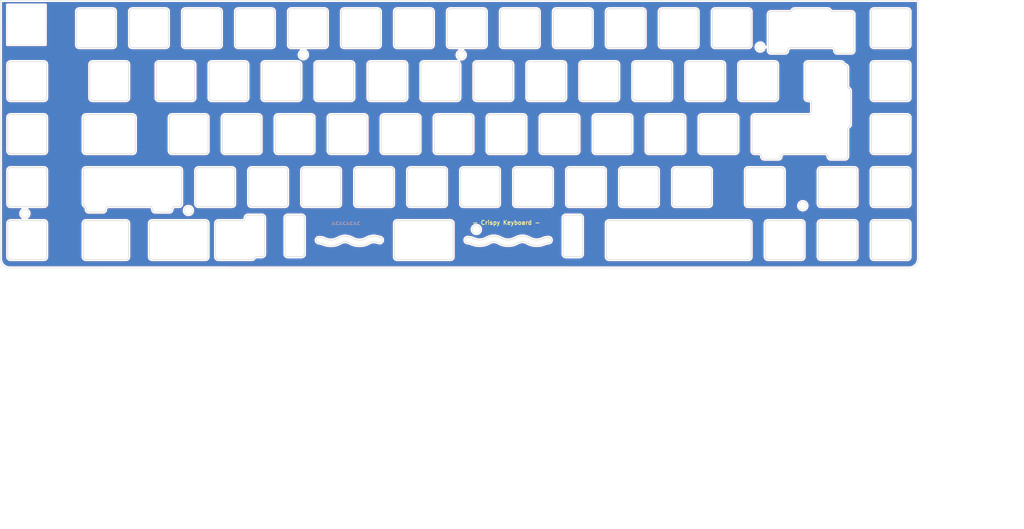
<source format=kicad_pcb>
(kicad_pcb (version 20171130) (host pcbnew "(5.1.8)-1")
  (layers (0 F.Cu signal) (31 B.Cu signal) (34 B.Paste user) (35 F.Paste user) (36 B.SilkS user) (37 F.SilkS user) (38 B.Mask user) (39 F.Mask user) (44 Edge.Cuts user))
  (net 0 "")
  (gr_circle (center 194.6746 110.94954) (end 196.1746 110.94954) (layer Edge.Cuts) (width 0.15))
  (gr_circle (center 302.1946 108.10954) (end 303.6946 108.10954) (layer Edge.Cuts) (width 0.15))
  (gr_circle (center 317.5146 165.15954) (end 319.0146 165.15954) (layer Edge.Cuts) (width 0.15))
  (gr_circle (center 137.9146 110.85954) (end 139.4146 110.85954) (layer Edge.Cuts) (width 0.15))
  (gr_circle (center 200.1146 173.68954) (end 201.6146 173.68954) (layer Edge.Cuts) (width 0.15))
  (gr_circle (center 96.5746 166.87954) (end 98.0746 166.87954) (layer Edge.Cuts) (width 0.15))
  (gr_circle (center 37.7846 167.97954) (end 39.2846 167.97954) (layer Edge.Cuts) (width 0.15))
  (gr_poly (pts (xy 45.13138 107.2565) (xy 31.511265 107.258405) (xy 31.512535 92.954395) (xy 45.14789 92.96519)) (layer Edge.Cuts) (width 0.1))
  (gr_text JLCJLCJLCJLC (at 153.12 171.51) (layer B.SilkS) (effects (font (size 1 1))))
  (gr_text "- Crispy Keyboard -" (at 210.8835 171.24172) (layer F.SilkS) (effects (font (size 1.5 1.5) (thickness 0.3))))
  (gr_arc (start 32.61053 114.372901) (end 32.61053 113.372901) (angle -90) (layer Edge.Cuts) (width 0.2))
  (gr_arc (start 44.610531 126.372902) (end 44.610531 127.372901) (angle -90) (layer Edge.Cuts) (width 0.2))
  (gr_line (start 32.61053 113.372901) (end 44.610531 113.372901) (layer Edge.Cuts) (width 0.2))
  (gr_line (start 45.61053 114.372901) (end 45.61053 126.372902) (layer Edge.Cuts) (width 0.2))
  (gr_arc (start 44.610531 114.372901) (end 45.61053 114.372901) (angle -90) (layer Edge.Cuts) (width 0.2))
  (gr_line (start 32.61053 127.372901) (end 44.610531 127.372901) (layer Edge.Cuts) (width 0.2))
  (gr_arc (start 32.61053 126.372902) (end 31.61053 126.372902) (angle -90) (layer Edge.Cuts) (width 0.2))
  (gr_line (start 31.61053 114.372901) (end 31.61053 126.372902) (layer Edge.Cuts) (width 0.2))
  (gr_arc (start 32.61053 133.422901) (end 32.61053 132.422901) (angle -90) (layer Edge.Cuts) (width 0.2))
  (gr_arc (start 44.610531 145.422902) (end 44.610531 146.422901) (angle -90) (layer Edge.Cuts) (width 0.2))
  (gr_line (start 32.61053 132.422901) (end 44.610531 132.422901) (layer Edge.Cuts) (width 0.2))
  (gr_line (start 45.61053 133.422901) (end 45.61053 145.422902) (layer Edge.Cuts) (width 0.2))
  (gr_arc (start 44.610531 133.422901) (end 45.61053 133.422901) (angle -90) (layer Edge.Cuts) (width 0.2))
  (gr_line (start 32.61053 146.422901) (end 44.610531 146.422901) (layer Edge.Cuts) (width 0.2))
  (gr_arc (start 32.61053 145.422902) (end 31.61053 145.422902) (angle -90) (layer Edge.Cuts) (width 0.2))
  (gr_line (start 31.61053 133.422901) (end 31.61053 145.422902) (layer Edge.Cuts) (width 0.2))
  (gr_arc (start 32.61053 152.472901) (end 32.61053 151.472901) (angle -90) (layer Edge.Cuts) (width 0.2))
  (gr_arc (start 44.610531 164.472902) (end 44.610531 165.472901) (angle -90) (layer Edge.Cuts) (width 0.2))
  (gr_line (start 32.61053 151.472901) (end 44.610531 151.472901) (layer Edge.Cuts) (width 0.2))
  (gr_line (start 45.61053 152.472901) (end 45.61053 164.472902) (layer Edge.Cuts) (width 0.2))
  (gr_arc (start 44.610531 152.472901) (end 45.61053 152.472901) (angle -90) (layer Edge.Cuts) (width 0.2))
  (gr_line (start 32.61053 165.472901) (end 44.610531 165.472901) (layer Edge.Cuts) (width 0.2))
  (gr_arc (start 32.61053 164.472902) (end 31.61053 164.472902) (angle -90) (layer Edge.Cuts) (width 0.2))
  (gr_line (start 31.61053 152.472901) (end 31.61053 164.472902) (layer Edge.Cuts) (width 0.2))
  (gr_arc (start 32.61053 171.522901) (end 32.61053 170.522901) (angle -90) (layer Edge.Cuts) (width 0.2))
  (gr_arc (start 44.610531 183.522902) (end 44.610531 184.522901) (angle -90) (layer Edge.Cuts) (width 0.2))
  (gr_line (start 32.61053 170.522901) (end 44.610531 170.522901) (layer Edge.Cuts) (width 0.2))
  (gr_line (start 45.61175 171.522901) (end 45.61175 183.522902) (layer Edge.Cuts) (width 0.2))
  (gr_arc (start 44.610531 171.522901) (end 45.61053 171.522901) (angle -90) (layer Edge.Cuts) (width 0.2))
  (gr_line (start 32.61053 184.522901) (end 44.610531 184.522901) (layer Edge.Cuts) (width 0.2))
  (gr_arc (start 32.61053 183.522902) (end 31.61053 183.522902) (angle -90) (layer Edge.Cuts) (width 0.2))
  (gr_line (start 31.61053 171.522901) (end 31.61053 183.522902) (layer Edge.Cuts) (width 0.2))
  (gr_line (start 29.02 91.32) (end 359.09 91.32) (layer Edge.Cuts) (width 0.15))
  (gr_line (start 131.28425 182.522901) (end 131.28425 169.522901) (layer Edge.Cuts) (width 0.2))
  (gr_arc (start 132.28425 182.522901) (end 131.28425 182.522901) (angle -90) (layer Edge.Cuts) (width 0.2))
  (gr_line (start 137.28425 168.522901) (end 132.28425 168.522901) (layer Edge.Cuts) (width 0.2))
  (gr_line (start 137.28425 183.522901) (end 132.28425 183.522901) (layer Edge.Cuts) (width 0.2))
  (gr_line (start 138.28425 182.522901) (end 138.28425 169.522901) (layer Edge.Cuts) (width 0.2))
  (gr_arc (start 137.28425 182.522901) (end 137.28425 183.522901) (angle -90) (layer Edge.Cuts) (width 0.2))
  (gr_arc (start 137.28425 169.522901) (end 138.28425 169.522901) (angle -90) (layer Edge.Cuts) (width 0.2))
  (gr_arc (start 132.28425 169.522901) (end 132.28425 168.522901) (angle -90) (layer Edge.Cuts) (width 0.2))
  (gr_arc (start 237.28425 169.522901) (end 238.28425 169.522901) (angle -90) (layer Edge.Cuts) (width 0.2))
  (gr_line (start 237.28425 183.522901) (end 232.28425 183.522901) (layer Edge.Cuts) (width 0.2))
  (gr_line (start 238.28425 182.522901) (end 238.28425 169.522901) (layer Edge.Cuts) (width 0.2))
  (gr_line (start 231.28425 182.522901) (end 231.28425 169.522901) (layer Edge.Cuts) (width 0.2))
  (gr_line (start 237.28425 168.522901) (end 232.28425 168.522901) (layer Edge.Cuts) (width 0.2))
  (gr_arc (start 232.28425 169.522901) (end 232.28425 168.522901) (angle -90) (layer Edge.Cuts) (width 0.2))
  (gr_arc (start 237.28425 182.522901) (end 237.28425 183.522901) (angle -90) (layer Edge.Cuts) (width 0.2))
  (gr_arc (start 232.28425 182.522901) (end 231.28425 182.522901) (angle -90) (layer Edge.Cuts) (width 0.2))
  (gr_arc (start 171.6405 183.522901) (end 170.6405 183.522901) (angle -90) (layer Edge.Cuts) (width 0.2))
  (gr_line (start 170.6405 171.522901) (end 170.6405 183.522901) (layer Edge.Cuts) (width 0.2))
  (gr_arc (start 190.78425 183.522901) (end 190.78425 184.522901) (angle -90) (layer Edge.Cuts) (width 0.2))
  (gr_arc (start 171.6405 171.522901) (end 171.6405 170.522901) (angle -90) (layer Edge.Cuts) (width 0.2))
  (gr_arc (start 190.78425 171.522901) (end 191.78425 171.522901) (angle -90) (layer Edge.Cuts) (width 0.2))
  (gr_line (start 191.78425 171.522901) (end 191.78425 183.522901) (layer Edge.Cuts) (width 0.2))
  (gr_line (start 161.698107 178.50252) (end 161.605141 178.556818) (layer Edge.Cuts) (width 0.2))
  (gr_arc (start 143.067773 183.538977) (end 145.040341 178.944527) (angle -18.81603392) (layer Edge.Cuts) (width 0.2))
  (gr_line (start 154.451367 178.50252) (end 154.544333 178.556818) (layer Edge.Cuts) (width 0.2))
  (gr_line (start 142.530135 177.556818) (end 142.530135 177.556818) (layer Edge.Cuts) (width 0.2))
  (gr_line (start 150.323654 176.829812) (end 150.41662 176.775514) (layer Edge.Cuts) (width 0.2))
  (gr_arc (start 147.801937 172.512296) (end 145.040341 178.944527) (angle -53.52342386) (layer Edge.Cuts) (width 0.2))
  (gr_arc (start 158.074737 172.512296) (end 155.55302 176.829812) (angle -60.57555267) (layer Edge.Cuts) (width 0.2))
  (gr_line (start 166.3905 177.5229) (end 166.3905 177.5229) (layer Edge.Cuts) (width 0.2))
  (gr_arc (start 165.3905 177.5229) (end 165.266353 178.515164) (angle -97.13144624) (layer Edge.Cuts) (width 0.2))
  (gr_arc (start 143.530135 177.556818) (end 143.530135 176.556818) (angle -90) (layer Edge.Cuts) (width 0.2))
  (gr_line (start 155.460054 176.775514) (end 155.55302 176.829812) (layer Edge.Cuts) (width 0.2))
  (gr_arc (start 201.266052 172.478378) (end 199.02408 176.947557) (angle -56.92849529) (layer Edge.Cuts) (width 0.2))
  (gr_line (start 151.332341 178.556818) (end 151.425307 178.50252) (layer Edge.Cuts) (width 0.2))
  (gr_arc (start 152.938337 181.09303) (end 154.451367 178.50252) (angle -60.57555267) (layer Edge.Cuts) (width 0.2))
  (gr_line (start 160.596454 176.829812) (end 160.68942 176.775514) (layer Edge.Cuts) (width 0.2))
  (gr_arc (start 226.546293 183.504854) (end 226.15879 178.519893) (angle -18.79321804) (layer Edge.Cuts) (width 0.2))
  (gr_line (start 143.530135 176.556818) (end 143.766387 176.556818) (layer Edge.Cuts) (width 0.2))
  (gr_arc (start 163.211137 181.09303) (end 164.214617 178.265835) (angle -49.82950976) (layer Edge.Cuts) (width 0.2))
  (gr_arc (start 165.887084 173.553845) (end 164.214617 178.265835) (angle -12.41028718) (layer Edge.Cuts) (width 0.2))
  (gr_arc (start 143.766387 180.556818) (end 145.559965 176.981475) (angle -26.64071896) (layer Edge.Cuts) (width 0.2))
  (gr_arc (start 163.211137 181.09303) (end 164.577976 176.283482) (angle -46.15254448) (layer Edge.Cuts) (width 0.2))
  (gr_arc (start 152.938337 181.09303) (end 155.460054 176.775514) (angle -60.57555267) (layer Edge.Cuts) (width 0.2))
  (gr_arc (start 196.531887 183.505059) (end 198.504456 178.910609) (angle -18.81603392) (layer Edge.Cuts) (width 0.2))
  (gr_arc (start 158.074737 172.512296) (end 154.544333 178.556818) (angle -60.57555267) (layer Edge.Cuts) (width 0.2))
  (gr_arc (start 196.99425 177.522901) (end 195.99425 177.522901) (angle -85.58038641) (layer Edge.Cuts) (width 0.2))
  (gr_arc (start 196.99425 177.522901) (end 196.99425 176.522901) (angle -90) (layer Edge.Cuts) (width 0.2))
  (gr_arc (start 165.3905 177.5229) (end 166.3905 177.522901) (angle -77.19352722) (layer Edge.Cuts) (width 0.2))
  (gr_arc (start 170.045331 157.04529) (end 164.577976 176.283482) (angle -3.058295364) (layer Edge.Cuts) (width 0.2))
  (gr_arc (start 147.801937 172.512296) (end 145.559965 176.981475) (angle -56.92849529) (layer Edge.Cuts) (width 0.2))
  (gr_arc (start 143.530135 177.556818) (end 142.530135 177.556818) (angle -85.58038641) (layer Edge.Cuts) (width 0.2))
  (gr_arc (start 216.675252 181.059112) (end 219.196969 176.741596) (angle -60.57555267) (layer Edge.Cuts) (width 0.2))
  (gr_line (start 208.924169 176.741596) (end 209.017135 176.795894) (layer Edge.Cuts) (width 0.2))
  (gr_arc (start 221.811652 172.478378) (end 218.281248 178.5229) (angle -53.52590103) (layer Edge.Cuts) (width 0.2))
  (gr_arc (start 216.675252 181.059112) (end 218.188282 178.468602) (angle -60.57555267) (layer Edge.Cuts) (width 0.2))
  (gr_arc (start 211.538852 172.478378) (end 208.008448 178.5229) (angle -60.57555267) (layer Edge.Cuts) (width 0.2))
  (gr_arc (start 206.402452 181.059112) (end 208.924169 176.741596) (angle -60.57555267) (layer Edge.Cuts) (width 0.2))
  (gr_arc (start 206.402452 181.059112) (end 207.915482 178.468602) (angle -60.57555267) (layer Edge.Cuts) (width 0.2))
  (gr_arc (start 201.266052 172.478378) (end 198.504456 178.910609) (angle -53.52342386) (layer Edge.Cuts) (width 0.2))
  (gr_line (start 204.796456 178.522901) (end 204.889422 178.468602) (layer Edge.Cuts) (width 0.2))
  (gr_arc (start 226.08129 177.522901) (end 226.15879 178.519893) (angle -85.55509335) (layer Edge.Cuts) (width 0.2))
  (gr_arc (start 225.847202 180.522901) (end 225.847202 176.522901) (angle -26.64071896) (layer Edge.Cuts) (width 0.2))
  (gr_arc (start 221.811652 172.478378) (end 219.289935 176.795894) (angle -56.92849529) (layer Edge.Cuts) (width 0.2))
  (gr_line (start 225.847202 176.522901) (end 226.08129 176.522901) (layer Edge.Cuts) (width 0.2))
  (gr_arc (start 226.08129 177.522901) (end 227.08129 177.522901) (angle -90) (layer Edge.Cuts) (width 0.2))
  (gr_line (start 195.99425 177.522901) (end 195.99425 177.522901) (layer Edge.Cuts) (width 0.2))
  (gr_line (start 196.99425 176.522901) (end 197.230502 176.522901) (layer Edge.Cuts) (width 0.2))
  (gr_line (start 227.08129 177.522901) (end 227.08129 177.522901) (layer Edge.Cuts) (width 0.2))
  (gr_line (start 219.196969 176.741596) (end 219.289935 176.795894) (layer Edge.Cuts) (width 0.2))
  (gr_arc (start 211.538852 172.478378) (end 209.017135 176.795894) (angle -60.57555267) (layer Edge.Cuts) (width 0.2))
  (gr_line (start 215.162222 178.468602) (end 215.069256 178.522901) (layer Edge.Cuts) (width 0.2))
  (gr_arc (start 197.230502 180.522901) (end 199.02408 176.947557) (angle -26.64071896) (layer Edge.Cuts) (width 0.2))
  (gr_line (start 214.060569 176.795894) (end 214.153535 176.741596) (layer Edge.Cuts) (width 0.2))
  (gr_line (start 207.915482 178.468602) (end 208.008448 178.522901) (layer Edge.Cuts) (width 0.2))
  (gr_line (start 218.188282 178.468602) (end 218.281248 178.522901) (layer Edge.Cuts) (width 0.2))
  (gr_line (start 203.787769 176.795894) (end 203.880735 176.741596) (layer Edge.Cuts) (width 0.2))
  (gr_line (start 171.6405 170.522901) (end 190.78425 170.522901) (layer Edge.Cuts) (width 0.2))
  (gr_line (start 171.6405 184.522901) (end 190.78425 184.522901) (layer Edge.Cuts) (width 0.2))
  (gr_line (start 58.72175 171.522901) (end 58.72175 183.522901) (layer Edge.Cuts) (width 0.2))
  (gr_arc (start 59.72175 171.522901) (end 59.72175 170.522901) (angle -90) (layer Edge.Cuts) (width 0.2))
  (gr_line (start 75.103 171.522901) (end 75.103 183.522901) (layer Edge.Cuts) (width 0.2))
  (gr_arc (start 74.103 183.522901) (end 74.103 184.522901) (angle -90) (layer Edge.Cuts) (width 0.2))
  (gr_arc (start 59.72175 183.522901) (end 58.72175 183.522901) (angle -90) (layer Edge.Cuts) (width 0.2))
  (gr_arc (start 74.103 171.522901) (end 75.103 171.522901) (angle -90) (layer Edge.Cuts) (width 0.2))
  (gr_line (start 59.72175 184.522901) (end 74.103 184.522901) (layer Edge.Cuts) (width 0.2))
  (gr_line (start 59.72175 170.522901) (end 74.103 170.522901) (layer Edge.Cuts) (width 0.2))
  (gr_line (start 82.53425 171.522901) (end 82.53425 183.522901) (layer Edge.Cuts) (width 0.2))
  (gr_arc (start 83.53425 183.522901) (end 82.53425 183.522901) (angle -90) (layer Edge.Cuts) (width 0.2))
  (gr_arc (start 83.53425 171.522901) (end 83.53425 170.522901) (angle -90) (layer Edge.Cuts) (width 0.2))
  (gr_line (start 103.678 171.522901) (end 103.678 183.522901) (layer Edge.Cuts) (width 0.2))
  (gr_arc (start 102.678 171.522901) (end 103.678 171.522901) (angle -90) (layer Edge.Cuts) (width 0.2))
  (gr_arc (start 102.678 183.522901) (end 102.678 184.522901) (angle -90) (layer Edge.Cuts) (width 0.2))
  (gr_line (start 83.53425 170.522901) (end 102.678 170.522901) (layer Edge.Cuts) (width 0.2))
  (gr_line (start 83.53425 184.522901) (end 102.678 184.522901) (layer Edge.Cuts) (width 0.2))
  (gr_line (start 107.34675 184.522901) (end 119.34675 184.522901) (layer Edge.Cuts) (width 0.2))
  (gr_line (start 106.34675 171.522901) (end 106.34675 183.522901) (layer Edge.Cuts) (width 0.2))
  (gr_arc (start 122.9905 169.522901) (end 123.9905 169.522901) (angle -90) (layer Edge.Cuts) (width 0.2))
  (gr_arc (start 117.9905 169.522901) (end 117.9905 168.522901) (angle -90) (layer Edge.Cuts) (width 0.2))
  (gr_arc (start 107.34675 183.522901) (end 106.34675 183.522901) (angle -90) (layer Edge.Cuts) (width 0.2))
  (gr_arc (start 122.9905 182.522901) (end 122.9905 183.522901) (angle -90) (layer Edge.Cuts) (width 0.2))
  (gr_line (start 123.9905 182.522901) (end 123.9905 169.522901) (layer Edge.Cuts) (width 0.2))
  (gr_arc (start 119.34675 183.522901) (end 119.34675 184.522901) (angle -60) (layer Edge.Cuts) (width 0.2))
  (gr_line (start 122.9905 168.522901) (end 117.9905 168.522901) (layer Edge.Cuts) (width 0.2))
  (gr_arc (start 107.34675 171.522901) (end 107.34675 170.522901) (angle -90) (layer Edge.Cuts) (width 0.2))
  (gr_arc (start 115.9905 169.522901) (end 115.9905 170.522901) (angle -90) (layer Edge.Cuts) (width 0.2))
  (gr_line (start 116.990499 169.522901) (end 116.990499 169.522901) (layer Edge.Cuts) (width 0.2))
  (gr_line (start 107.34675 170.522901) (end 115.9905 170.522901) (layer Edge.Cuts) (width 0.2))
  (gr_line (start 122.9905 183.522901) (end 121.0788 183.522901) (layer Edge.Cuts) (width 0.2))
  (gr_arc (start 121.0788 184.522901) (end 121.0788 183.522901) (angle -60) (layer Edge.Cuts) (width 0.2))
  (gr_line (start 343.0905 184.522901) (end 355.0905 184.522901) (layer Edge.Cuts) (width 0.2))
  (gr_arc (start 343.0905 183.522901) (end 342.0905 183.522901) (angle -90) (layer Edge.Cuts) (width 0.2))
  (gr_arc (start 324.0405 171.522901) (end 324.0405 170.522901) (angle -90) (layer Edge.Cuts) (width 0.2))
  (gr_arc (start 336.0405 183.522901) (end 336.0405 184.522901) (angle -90) (layer Edge.Cuts) (width 0.2))
  (gr_arc (start 355.0905 183.522901) (end 355.0905 184.522901) (angle -90) (layer Edge.Cuts) (width 0.2))
  (gr_arc (start 324.0405 183.522901) (end 323.0405 183.522901) (angle -90) (layer Edge.Cuts) (width 0.2))
  (gr_line (start 343.0905 170.522901) (end 355.0905 170.522901) (layer Edge.Cuts) (width 0.2))
  (gr_arc (start 355.0905 171.522901) (end 356.0905 171.522901) (angle -90) (layer Edge.Cuts) (width 0.2))
  (gr_arc (start 336.0405 171.522901) (end 337.0405 171.522901) (angle -90) (layer Edge.Cuts) (width 0.2))
  (gr_line (start 342.0905 171.522901) (end 342.0905 183.522901) (layer Edge.Cuts) (width 0.2))
  (gr_arc (start 343.0905 171.522901) (end 343.0905 170.522901) (angle -90) (layer Edge.Cuts) (width 0.2))
  (gr_line (start 356.0905 171.522901) (end 356.0905 183.522901) (layer Edge.Cuts) (width 0.2))
  (gr_arc (start 304.9905 171.522901) (end 304.9905 170.522901) (angle -90) (layer Edge.Cuts) (width 0.2))
  (gr_arc (start 316.9905 183.522901) (end 316.9905 184.522901) (angle -90) (layer Edge.Cuts) (width 0.2))
  (gr_line (start 324.0405 170.522901) (end 336.0405 170.522901) (layer Edge.Cuts) (width 0.2))
  (gr_line (start 323.0405 171.522901) (end 323.0405 183.522901) (layer Edge.Cuts) (width 0.2))
  (gr_line (start 303.9905 171.522901) (end 303.9905 183.522901) (layer Edge.Cuts) (width 0.2))
  (gr_line (start 324.0405 184.522901) (end 336.0405 184.522901) (layer Edge.Cuts) (width 0.2))
  (gr_line (start 304.9905 184.522901) (end 316.9905 184.522901) (layer Edge.Cuts) (width 0.2))
  (gr_arc (start 316.9905 171.522901) (end 317.9905 171.522901) (angle -90) (layer Edge.Cuts) (width 0.2))
  (gr_line (start 337.0405 171.522901) (end 337.0405 183.522901) (layer Edge.Cuts) (width 0.2))
  (gr_line (start 317.9905 171.522901) (end 317.9905 183.522901) (layer Edge.Cuts) (width 0.2))
  (gr_arc (start 304.9905 183.522901) (end 303.9905 183.522901) (angle -90) (layer Edge.Cuts) (width 0.2))
  (gr_line (start 304.9905 170.522901) (end 316.9905 170.522901) (layer Edge.Cuts) (width 0.2))
  (gr_line (start 247.8405 184.522901) (end 297.9405 184.522901) (layer Edge.Cuts) (width 0.2))
  (gr_line (start 247.8405 170.522901) (end 297.9405 170.522901) (layer Edge.Cuts) (width 0.2))
  (gr_arc (start 247.8405 183.522901) (end 246.8405 183.522901) (angle -90) (layer Edge.Cuts) (width 0.2))
  (gr_line (start 246.8405 171.522901) (end 246.8405 183.522901) (layer Edge.Cuts) (width 0.2))
  (gr_line (start 298.9405 171.522901) (end 298.9405 183.522901) (layer Edge.Cuts) (width 0.2))
  (gr_arc (start 297.9405 183.522901) (end 297.9405 184.522901) (angle -90) (layer Edge.Cuts) (width 0.2))
  (gr_arc (start 247.8405 171.522901) (end 247.8405 170.522901) (angle -90) (layer Edge.Cuts) (width 0.2))
  (gr_arc (start 297.9405 171.522901) (end 298.9405 171.522901) (angle -90) (layer Edge.Cuts) (width 0.2))
  (gr_arc (start 57.340499 107.322901) (end 56.340499 107.322901) (angle -90) (layer Edge.Cuts) (width 0.2))
  (gr_arc (start 69.3405 107.322901) (end 69.3405 108.3229) (angle -90) (layer Edge.Cuts) (width 0.2))
  (gr_arc (start 57.340499 95.3229) (end 57.340499 94.3229) (angle -90) (layer Edge.Cuts) (width 0.2))
  (gr_line (start 57.340499 94.3229) (end 69.3405 94.3229) (layer Edge.Cuts) (width 0.2))
  (gr_line (start 57.340499 108.3229) (end 69.3405 108.3229) (layer Edge.Cuts) (width 0.2))
  (gr_line (start 70.340499 95.3229) (end 70.340499 107.322901) (layer Edge.Cuts) (width 0.2))
  (gr_arc (start 69.3405 95.3229) (end 70.340499 95.3229) (angle -90) (layer Edge.Cuts) (width 0.2))
  (gr_line (start 56.340499 95.3229) (end 56.340499 107.322901) (layer Edge.Cuts) (width 0.2))
  (gr_line (start 343.0905 94.3229) (end 355.0905 94.3229) (layer Edge.Cuts) (width 0.2))
  (gr_line (start 343.0905 108.3229) (end 355.0905 108.3229) (layer Edge.Cuts) (width 0.2))
  (gr_arc (start 285.9405 107.322901) (end 284.9405 107.322901) (angle -90) (layer Edge.Cuts) (width 0.2))
  (gr_line (start 329.9535 110.322901) (end 334.9535 110.322901) (layer Edge.Cuts) (width 0.2))
  (gr_arc (start 285.9405 95.3229) (end 285.9405 94.3229) (angle -90) (layer Edge.Cuts) (width 0.2))
  (gr_line (start 335.9535 96.322901) (end 335.9535 109.322901) (layer Edge.Cuts) (width 0.2))
  (gr_arc (start 306.0775 96.322901) (end 306.0775 95.322901) (angle -90) (layer Edge.Cuts) (width 0.2))
  (gr_line (start 342.0905 95.3229) (end 342.0905 107.322901) (layer Edge.Cuts) (width 0.2))
  (gr_arc (start 297.9405 107.322901) (end 297.9405 108.3229) (angle -90) (layer Edge.Cuts) (width 0.2))
  (gr_arc (start 297.9405 95.3229) (end 298.9405 95.3229) (angle -90) (layer Edge.Cuts) (width 0.2))
  (gr_line (start 356.0905 95.3229) (end 356.0905 107.322901) (layer Edge.Cuts) (width 0.2))
  (gr_line (start 314.5155 94.3229) (end 326.5155 94.3229) (layer Edge.Cuts) (width 0.2))
  (gr_line (start 306.0775 110.322901) (end 311.0775 110.322901) (layer Edge.Cuts) (width 0.2))
  (gr_arc (start 355.0905 95.3229) (end 356.0905 95.3229) (angle -90) (layer Edge.Cuts) (width 0.2))
  (gr_arc (start 326.5155 95.3229) (end 327.381525 94.8229) (angle -60) (layer Edge.Cuts) (width 0.2))
  (gr_arc (start 334.9535 96.322901) (end 335.9535 96.322901) (angle -90) (layer Edge.Cuts) (width 0.2))
  (gr_line (start 305.0775 96.322901) (end 305.0775 109.322901) (layer Edge.Cuts) (width 0.2))
  (gr_arc (start 343.0905 95.3229) (end 343.0905 94.3229) (angle -90) (layer Edge.Cuts) (width 0.2))
  (gr_arc (start 306.0775 109.322901) (end 305.0775 109.322901) (angle -90) (layer Edge.Cuts) (width 0.2))
  (gr_arc (start 311.0775 109.322901) (end 311.0775 110.322901) (angle -90) (layer Edge.Cuts) (width 0.2))
  (gr_arc (start 314.5155 95.3229) (end 314.5155 94.3229) (angle -60) (layer Edge.Cuts) (width 0.2))
  (gr_arc (start 329.9535 109.322901) (end 328.9535 109.322901) (angle -90) (layer Edge.Cuts) (width 0.2))
  (gr_arc (start 334.9535 109.322901) (end 334.9535 110.322901) (angle -90) (layer Edge.Cuts) (width 0.2))
  (gr_arc (start 221.7405 95.3229) (end 222.7405 95.3229) (angle -90) (layer Edge.Cuts) (width 0.2))
  (gr_arc (start 209.7405 107.322901) (end 208.7405 107.322901) (angle -90) (layer Edge.Cuts) (width 0.2))
  (gr_line (start 222.7405 95.3229) (end 222.7405 107.322901) (layer Edge.Cuts) (width 0.2))
  (gr_arc (start 183.640499 107.322901) (end 183.640499 108.3229) (angle -90) (layer Edge.Cuts) (width 0.2))
  (gr_line (start 209.7405 94.3229) (end 221.7405 94.3229) (layer Edge.Cuts) (width 0.2))
  (gr_line (start 228.7905 94.3229) (end 240.7905 94.3229) (layer Edge.Cuts) (width 0.2))
  (gr_line (start 228.7905 108.3229) (end 240.7905 108.3229) (layer Edge.Cuts) (width 0.2))
  (gr_arc (start 202.6905 107.322901) (end 202.6905 108.3229) (angle -90) (layer Edge.Cuts) (width 0.2))
  (gr_arc (start 190.6905 107.322901) (end 189.6905 107.322901) (angle -90) (layer Edge.Cuts) (width 0.2))
  (gr_line (start 190.6905 94.3229) (end 202.6905 94.3229) (layer Edge.Cuts) (width 0.2))
  (gr_arc (start 190.6905 95.3229) (end 190.6905 94.3229) (angle -90) (layer Edge.Cuts) (width 0.2))
  (gr_line (start 208.7405 95.3229) (end 208.7405 107.322901) (layer Edge.Cuts) (width 0.2))
  (gr_arc (start 221.7405 107.322901) (end 221.7405 108.3229) (angle -90) (layer Edge.Cuts) (width 0.2))
  (gr_line (start 227.7905 95.3229) (end 227.7905 107.322901) (layer Edge.Cuts) (width 0.2))
  (gr_line (start 241.7905 95.3229) (end 241.7905 107.322901) (layer Edge.Cuts) (width 0.2))
  (gr_line (start 190.6905 108.3229) (end 202.6905 108.3229) (layer Edge.Cuts) (width 0.2))
  (gr_arc (start 228.7905 95.3229) (end 228.7905 94.3229) (angle -90) (layer Edge.Cuts) (width 0.2))
  (gr_line (start 203.6905 95.3229) (end 203.6905 107.322901) (layer Edge.Cuts) (width 0.2))
  (gr_line (start 209.7405 108.3229) (end 221.7405 108.3229) (layer Edge.Cuts) (width 0.2))
  (gr_arc (start 209.7405 95.3229) (end 209.7405 94.3229) (angle -90) (layer Edge.Cuts) (width 0.2))
  (gr_arc (start 171.6405 107.322901) (end 170.6405 107.322901) (angle -90) (layer Edge.Cuts) (width 0.2))
  (gr_arc (start 202.6905 95.3229) (end 203.6905 95.3229) (angle -90) (layer Edge.Cuts) (width 0.2))
  (gr_line (start 189.6905 95.3229) (end 189.6905 107.322901) (layer Edge.Cuts) (width 0.2))
  (gr_arc (start 355.0905 107.322901) (end 355.0905 108.3229) (angle -90) (layer Edge.Cuts) (width 0.2))
  (gr_arc (start 343.0905 107.322901) (end 342.0905 107.322901) (angle -90) (layer Edge.Cuts) (width 0.2))
  (gr_line (start 171.6405 94.3229) (end 183.640499 94.3229) (layer Edge.Cuts) (width 0.2))
  (gr_line (start 171.6405 108.3229) (end 183.640499 108.3229) (layer Edge.Cuts) (width 0.2))
  (gr_line (start 133.5405 108.3229) (end 145.5405 108.3229) (layer Edge.Cuts) (width 0.2))
  (gr_arc (start 133.5405 107.322901) (end 132.5405 107.322901) (angle -90) (layer Edge.Cuts) (width 0.2))
  (gr_arc (start 145.5405 107.322901) (end 145.5405 108.3229) (angle -90) (layer Edge.Cuts) (width 0.2))
  (gr_arc (start 164.5905 95.3229) (end 165.5905 95.3229) (angle -90) (layer Edge.Cuts) (width 0.2))
  (gr_line (start 170.6405 95.3229) (end 170.6405 107.322901) (layer Edge.Cuts) (width 0.2))
  (gr_line (start 184.640499 95.3229) (end 184.640499 107.322901) (layer Edge.Cuts) (width 0.2))
  (gr_line (start 132.5405 95.3229) (end 132.5405 107.322901) (layer Edge.Cuts) (width 0.2))
  (gr_arc (start 183.640499 95.3229) (end 184.640499 95.3229) (angle -90) (layer Edge.Cuts) (width 0.2))
  (gr_arc (start 126.4905 107.322901) (end 126.4905 108.3229) (angle -90) (layer Edge.Cuts) (width 0.2))
  (gr_line (start 146.5405 95.3229) (end 146.5405 107.322901) (layer Edge.Cuts) (width 0.2))
  (gr_line (start 165.5905 95.3229) (end 165.5905 107.322901) (layer Edge.Cuts) (width 0.2))
  (gr_line (start 133.5405 94.3229) (end 145.5405 94.3229) (layer Edge.Cuts) (width 0.2))
  (gr_arc (start 145.5405 95.3229) (end 146.5405 95.3229) (angle -90) (layer Edge.Cuts) (width 0.2))
  (gr_line (start 152.5905 94.3229) (end 164.5905 94.3229) (layer Edge.Cuts) (width 0.2))
  (gr_arc (start 152.5905 95.3229) (end 152.5905 94.3229) (angle -90) (layer Edge.Cuts) (width 0.2))
  (gr_arc (start 171.6405 95.3229) (end 171.6405 94.3229) (angle -90) (layer Edge.Cuts) (width 0.2))
  (gr_arc (start 152.5905 107.322901) (end 151.5905 107.322901) (angle -90) (layer Edge.Cuts) (width 0.2))
  (gr_arc (start 164.5905 107.322901) (end 164.5905 108.3229) (angle -90) (layer Edge.Cuts) (width 0.2))
  (gr_arc (start 133.5405 95.3229) (end 133.5405 94.3229) (angle -90) (layer Edge.Cuts) (width 0.2))
  (gr_line (start 152.5905 108.3229) (end 164.5905 108.3229) (layer Edge.Cuts) (width 0.2))
  (gr_line (start 151.5905 95.3229) (end 151.5905 107.322901) (layer Edge.Cuts) (width 0.2))
  (gr_line (start 328.9535 109.322901) (end 328.9535 109.322901) (layer Edge.Cuts) (width 0.2))
  (gr_line (start 313.0775 108.3229) (end 327.9535 108.3229) (layer Edge.Cuts) (width 0.2))
  (gr_arc (start 312.783449 94.3229) (end 312.783449 95.3229) (angle -60) (layer Edge.Cuts) (width 0.2))
  (gr_arc (start 328.24755 94.3229) (end 327.381525 94.8229) (angle -60) (layer Edge.Cuts) (width 0.2))
  (gr_arc (start 313.0775 109.322901) (end 313.0775 108.3229) (angle -90) (layer Edge.Cuts) (width 0.2))
  (gr_arc (start 327.9535 109.322901) (end 328.9535 109.322901) (angle -90) (layer Edge.Cuts) (width 0.2))
  (gr_line (start 334.9535 95.322901) (end 328.24755 95.3229) (layer Edge.Cuts) (width 0.2))
  (gr_line (start 312.0775 109.322901) (end 312.0775 109.322901) (layer Edge.Cuts) (width 0.2))
  (gr_line (start 306.0775 95.322901) (end 312.783449 95.3229) (layer Edge.Cuts) (width 0.2))
  (gr_line (start 246.8405 95.3229) (end 246.8405 107.322901) (layer Edge.Cuts) (width 0.2))
  (gr_arc (start 240.7905 107.322901) (end 240.7905 108.3229) (angle -90) (layer Edge.Cuts) (width 0.2))
  (gr_arc (start 266.8905 107.322901) (end 265.8905 107.322901) (angle -90) (layer Edge.Cuts) (width 0.2))
  (gr_line (start 247.8405 108.3229) (end 259.8405 108.3229) (layer Edge.Cuts) (width 0.2))
  (gr_line (start 266.8905 94.3229) (end 278.8905 94.3229) (layer Edge.Cuts) (width 0.2))
  (gr_line (start 265.8905 95.3229) (end 265.8905 107.322901) (layer Edge.Cuts) (width 0.2))
  (gr_arc (start 247.8405 95.3229) (end 247.8405 94.3229) (angle -90) (layer Edge.Cuts) (width 0.2))
  (gr_arc (start 278.8905 95.3229) (end 279.8905 95.3229) (angle -90) (layer Edge.Cuts) (width 0.2))
  (gr_line (start 247.8405 94.3229) (end 259.8405 94.3229) (layer Edge.Cuts) (width 0.2))
  (gr_arc (start 240.7905 95.3229) (end 241.7905 95.3229) (angle -90) (layer Edge.Cuts) (width 0.2))
  (gr_line (start 279.8905 95.3229) (end 279.8905 107.322901) (layer Edge.Cuts) (width 0.2))
  (gr_line (start 285.9405 94.3229) (end 297.9405 94.3229) (layer Edge.Cuts) (width 0.2))
  (gr_arc (start 266.8905 95.3229) (end 266.8905 94.3229) (angle -90) (layer Edge.Cuts) (width 0.2))
  (gr_arc (start 278.8905 107.322901) (end 278.8905 108.3229) (angle -90) (layer Edge.Cuts) (width 0.2))
  (gr_line (start 266.8905 108.3229) (end 278.8905 108.3229) (layer Edge.Cuts) (width 0.2))
  (gr_line (start 285.9405 108.3229) (end 297.9405 108.3229) (layer Edge.Cuts) (width 0.2))
  (gr_line (start 284.9405 95.3229) (end 284.9405 107.322901) (layer Edge.Cuts) (width 0.2))
  (gr_line (start 260.8405 95.3229) (end 260.8405 107.322901) (layer Edge.Cuts) (width 0.2))
  (gr_line (start 298.9405 95.3229) (end 298.9405 107.322901) (layer Edge.Cuts) (width 0.2))
  (gr_arc (start 259.8405 95.3229) (end 260.8405 95.3229) (angle -90) (layer Edge.Cuts) (width 0.2))
  (gr_arc (start 228.7905 107.322901) (end 227.7905 107.322901) (angle -90) (layer Edge.Cuts) (width 0.2))
  (gr_arc (start 247.8405 107.322901) (end 246.8405 107.322901) (angle -90) (layer Edge.Cuts) (width 0.2))
  (gr_arc (start 259.8405 107.322901) (end 259.8405 108.3229) (angle -90) (layer Edge.Cuts) (width 0.2))
  (gr_line (start 108.4405 95.3229) (end 108.4405 107.322901) (layer Edge.Cuts) (width 0.2))
  (gr_arc (start 95.4405 107.322901) (end 94.4405 107.322901) (angle -90) (layer Edge.Cuts) (width 0.2))
  (gr_arc (start 107.4405 107.322901) (end 107.4405 108.3229) (angle -90) (layer Edge.Cuts) (width 0.2))
  (gr_line (start 76.3905 108.3229) (end 88.3905 108.3229) (layer Edge.Cuts) (width 0.2))
  (gr_line (start 95.4405 94.3229) (end 107.4405 94.3229) (layer Edge.Cuts) (width 0.2))
  (gr_line (start 95.4405 108.3229) (end 107.4405 108.3229) (layer Edge.Cuts) (width 0.2))
  (gr_line (start 94.4405 95.3229) (end 94.4405 107.322901) (layer Edge.Cuts) (width 0.2))
  (gr_line (start 114.490499 94.3229) (end 126.4905 94.3229) (layer Edge.Cuts) (width 0.2))
  (gr_line (start 114.490499 108.3229) (end 126.4905 108.3229) (layer Edge.Cuts) (width 0.2))
  (gr_line (start 113.4905 95.3229) (end 113.4905 107.322901) (layer Edge.Cuts) (width 0.2))
  (gr_arc (start 107.4405 95.3229) (end 108.4405 95.3229) (angle -90) (layer Edge.Cuts) (width 0.2))
  (gr_line (start 127.490499 95.3229) (end 127.490499 107.322901) (layer Edge.Cuts) (width 0.2))
  (gr_arc (start 88.3905 107.322901) (end 88.3905 108.3229) (angle -90) (layer Edge.Cuts) (width 0.2))
  (gr_arc (start 114.490499 95.3229) (end 114.490499 94.3229) (angle -90) (layer Edge.Cuts) (width 0.2))
  (gr_arc (start 126.4905 95.3229) (end 127.4905 95.3229) (angle -90) (layer Edge.Cuts) (width 0.2))
  (gr_arc (start 114.490499 107.322901) (end 113.490499 107.322901) (angle -90) (layer Edge.Cuts) (width 0.2))
  (gr_line (start 76.3905 94.3229) (end 88.3905 94.3229) (layer Edge.Cuts) (width 0.2))
  (gr_arc (start 95.4405 95.3229) (end 95.4405 94.3229) (angle -90) (layer Edge.Cuts) (width 0.2))
  (gr_line (start 75.3905 95.3229) (end 75.3905 107.322901) (layer Edge.Cuts) (width 0.2))
  (gr_line (start 89.3905 95.3229) (end 89.3905 107.322901) (layer Edge.Cuts) (width 0.2))
  (gr_arc (start 76.3905 95.3229) (end 76.3905 94.3229) (angle -90) (layer Edge.Cuts) (width 0.2))
  (gr_arc (start 88.3905 95.3229) (end 89.3905 95.3229) (angle -90) (layer Edge.Cuts) (width 0.2))
  (gr_arc (start 76.3905 107.322901) (end 75.3905 107.322901) (angle -90) (layer Edge.Cuts) (width 0.2))
  (gr_line (start 318.277999 114.372901) (end 318.277999 126.372901) (layer Edge.Cuts) (width 0.2))
  (gr_arc (start 319.277999 114.372901) (end 319.277999 113.372901) (angle -90) (layer Edge.Cuts) (width 0.2))
  (gr_arc (start 333.65925 123.897901) (end 334.65925 123.897901) (angle -60) (layer Edge.Cuts) (width 0.2))
  (gr_arc (start 331.278 114.372901) (end 332.178837 113.938745) (angle -64.26842204) (layer Edge.Cuts) (width 0.2))
  (gr_arc (start 319.277999 126.372901) (end 318.277999 126.372901) (angle -90) (layer Edge.Cuts) (width 0.2))
  (gr_line (start 334.65925 123.897901) (end 334.65925 135.897901) (layer Edge.Cuts) (width 0.2))
  (gr_line (start 319.277999 113.372901) (end 331.278 113.372901) (layer Edge.Cuts) (width 0.2))
  (gr_arc (start 333.65925 135.897901) (end 334.15925 136.763926) (angle -60) (layer Edge.Cuts) (width 0.2))
  (gr_arc (start 332.65925 115.459901) (end 333.65925 115.459901) (angle -77.86517228) (layer Edge.Cuts) (width 0.2))
  (gr_arc (start 327.57225 147.422901) (end 326.57225 147.422901) (angle -90) (layer Edge.Cuts) (width 0.2))
  (gr_line (start 327.57225 148.422901) (end 332.57225 148.422901) (layer Edge.Cuts) (width 0.2))
  (gr_arc (start 325.57225 147.422901) (end 326.57225 147.422901) (angle -90) (layer Edge.Cuts) (width 0.2))
  (gr_line (start 326.57225 147.422901) (end 326.57225 147.422901) (layer Edge.Cuts) (width 0.2))
  (gr_line (start 333.65925 147.422901) (end 333.65925 137.629951) (layer Edge.Cuts) (width 0.2))
  (gr_arc (start 334.65925 137.629951) (end 334.15925 136.763926) (angle -60) (layer Edge.Cuts) (width 0.2))
  (gr_arc (start 319.65925 131.422901) (end 319.65925 132.422901) (angle -90) (layer Edge.Cuts) (width 0.2))
  (gr_line (start 319.65925 127.372901) (end 319.277999 127.372901) (layer Edge.Cuts) (width 0.2))
  (gr_arc (start 319.65925 128.372901) (end 320.65925 128.372901) (angle -90) (layer Edge.Cuts) (width 0.2))
  (gr_line (start 333.65925 115.459901) (end 333.65925 122.16585) (layer Edge.Cuts) (width 0.2))
  (gr_arc (start 333.079675 113.504589) (end 332.178837 113.938745) (angle -52.13359432) (layer Edge.Cuts) (width 0.2))
  (gr_arc (start 334.65925 122.16585) (end 333.65925 122.16585) (angle -60) (layer Edge.Cuts) (width 0.2))
  (gr_line (start 332.57225 148.422901) (end 332.65925 148.422901) (layer Edge.Cuts) (width 0.2))
  (gr_arc (start 332.65925 147.422901) (end 332.65925 148.422901) (angle -90) (layer Edge.Cuts) (width 0.2))
  (gr_line (start 320.65925 131.422901) (end 320.65925 128.372901) (layer Edge.Cuts) (width 0.2))
  (gr_arc (start 300.228 145.422901) (end 299.228 145.422901) (angle -90) (layer Edge.Cuts) (width 0.2))
  (gr_line (start 299.228 133.422901) (end 299.228 145.422901) (layer Edge.Cuts) (width 0.2))
  (gr_line (start 303.69625 148.422901) (end 308.69625 148.422901) (layer Edge.Cuts) (width 0.2))
  (gr_arc (start 303.69625 147.422901) (end 302.69625 147.422901) (angle -90) (layer Edge.Cuts) (width 0.2))
  (gr_arc (start 308.69625 147.422901) (end 308.69625 148.422901) (angle -90) (layer Edge.Cuts) (width 0.2))
  (gr_arc (start 300.228 133.422901) (end 300.228 132.422901) (angle -90) (layer Edge.Cuts) (width 0.2))
  (gr_arc (start 301.69625 147.422901) (end 302.69625 147.422901) (angle -90) (layer Edge.Cuts) (width 0.2))
  (gr_arc (start 310.69625 147.422901) (end 310.69625 146.422901) (angle -90) (layer Edge.Cuts) (width 0.2))
  (gr_line (start 302.69625 147.422901) (end 302.69625 147.422901) (layer Edge.Cuts) (width 0.2))
  (gr_line (start 300.228 146.422901) (end 301.69625 146.422901) (layer Edge.Cuts) (width 0.2))
  (gr_line (start 310.69625 146.422901) (end 325.57225 146.422901) (layer Edge.Cuts) (width 0.2))
  (gr_line (start 309.69625 147.422901) (end 309.69625 147.422901) (layer Edge.Cuts) (width 0.2))
  (gr_line (start 300.228 132.422901) (end 319.65925 132.422901) (layer Edge.Cuts) (width 0.2))
  (gr_arc (start 89.68475 166.472901) (end 89.68475 167.472901) (angle -90) (layer Edge.Cuts) (width 0.2))
  (gr_arc (start 93.153 152.4729) (end 94.153 152.4729) (angle -90) (layer Edge.Cuts) (width 0.2))
  (gr_line (start 84.68475 167.4729) (end 89.68475 167.4729) (layer Edge.Cuts) (width 0.2))
  (gr_arc (start 84.68475 166.472901) (end 83.68475 166.472901) (angle -90) (layer Edge.Cuts) (width 0.2))
  (gr_line (start 94.153 152.4729) (end 94.153 164.472901) (layer Edge.Cuts) (width 0.2))
  (gr_arc (start 65.80875 166.472901) (end 65.80875 167.472901) (angle -90) (layer Edge.Cuts) (width 0.2))
  (gr_arc (start 59.72175 152.4729) (end 59.72175 151.4729) (angle -90) (layer Edge.Cuts) (width 0.2))
  (gr_arc (start 59.72175 164.472901) (end 58.72175 164.472901) (angle -62.83851153) (layer Edge.Cuts) (width 0.2))
  (gr_arc (start 93.153 164.472901) (end 93.153 165.472901) (angle -90) (layer Edge.Cuts) (width 0.2))
  (gr_line (start 60.808749 167.4729) (end 65.80875 167.4729) (layer Edge.Cuts) (width 0.2))
  (gr_line (start 58.72175 152.4729) (end 58.72175 164.472901) (layer Edge.Cuts) (width 0.2))
  (gr_arc (start 60.808749 166.472901) (end 59.808749 166.472901) (angle -90) (layer Edge.Cuts) (width 0.2))
  (gr_arc (start 67.80875 166.472901) (end 67.80875 165.472901) (angle -90) (layer Edge.Cuts) (width 0.2))
  (gr_arc (start 91.68475 166.472901) (end 91.68475 165.472901) (angle -90) (layer Edge.Cuts) (width 0.2))
  (gr_line (start 91.68475 165.4729) (end 93.153 165.4729) (layer Edge.Cuts) (width 0.2))
  (gr_line (start 66.80875 166.472901) (end 66.80875 166.472901) (layer Edge.Cuts) (width 0.2))
  (gr_line (start 59.808749 166.472901) (end 59.808749 166.252347) (layer Edge.Cuts) (width 0.2))
  (gr_line (start 83.68475 166.472901) (end 83.68475 166.472901) (layer Edge.Cuts) (width 0.2))
  (gr_line (start 90.68475 166.472901) (end 90.68475 166.472901) (layer Edge.Cuts) (width 0.2))
  (gr_arc (start 82.68475 166.472901) (end 83.68475 166.472901) (angle -90) (layer Edge.Cuts) (width 0.2))
  (gr_line (start 59.72175 151.472901) (end 93.153 151.472901) (layer Edge.Cuts) (width 0.2))
  (gr_line (start 67.80875 165.4729) (end 82.68475 165.4729) (layer Edge.Cuts) (width 0.2))
  (gr_arc (start 58.80875 166.252347) (end 59.80875 166.252347) (angle -62.83851153) (layer Edge.Cuts) (width 0.2))
  (gr_line (start 61.102999 114.372901) (end 61.102999 126.372901) (layer Edge.Cuts) (width 0.2))
  (gr_arc (start 74.103 126.372901) (end 74.103 127.372901) (angle -90) (layer Edge.Cuts) (width 0.2))
  (gr_arc (start 62.103 114.372901) (end 62.103 113.372901) (angle -90) (layer Edge.Cuts) (width 0.2))
  (gr_line (start 62.103 113.372901) (end 74.103 113.372901) (layer Edge.Cuts) (width 0.2))
  (gr_line (start 75.103 114.372901) (end 75.103 126.372901) (layer Edge.Cuts) (width 0.2))
  (gr_arc (start 62.103 126.372901) (end 61.103 126.372901) (angle -90) (layer Edge.Cuts) (width 0.2))
  (gr_line (start 62.103 127.372901) (end 74.103 127.372901) (layer Edge.Cuts) (width 0.2))
  (gr_arc (start 74.103 114.372901) (end 75.103 114.372901) (angle -90) (layer Edge.Cuts) (width 0.2))
  (gr_line (start 77.48425 133.422901) (end 77.48425 145.422901) (layer Edge.Cuts) (width 0.2))
  (gr_arc (start 59.72175 133.422901) (end 59.72175 132.422901) (angle -90) (layer Edge.Cuts) (width 0.2))
  (gr_arc (start 76.48425 133.422901) (end 77.48425 133.422901) (angle -90) (layer Edge.Cuts) (width 0.2))
  (gr_arc (start 76.48425 145.422901) (end 76.48425 146.422901) (angle -90) (layer Edge.Cuts) (width 0.2))
  (gr_line (start 58.72175 133.422901) (end 58.72175 145.422901) (layer Edge.Cuts) (width 0.2))
  (gr_arc (start 59.72175 145.422901) (end 58.72175 145.422901) (angle -90) (layer Edge.Cuts) (width 0.2))
  (gr_line (start 59.72175 146.422901) (end 76.48425 146.422901) (layer Edge.Cuts) (width 0.2))
  (gr_line (start 59.72175 132.422901) (end 76.48425 132.422901) (layer Edge.Cuts) (width 0.2))
  (gr_line (start 324.0405 165.4729) (end 336.0405 165.4729) (layer Edge.Cuts) (width 0.2))
  (gr_line (start 297.84675 165.4729) (end 309.84675 165.4729) (layer Edge.Cuts) (width 0.2))
  (gr_line (start 271.653 165.4729) (end 283.653 165.4729) (layer Edge.Cuts) (width 0.2))
  (gr_line (start 343.0905 165.4729) (end 355.0905 165.4729) (layer Edge.Cuts) (width 0.2))
  (gr_line (start 252.603 165.4729) (end 264.603 165.4729) (layer Edge.Cuts) (width 0.2))
  (gr_line (start 233.553 165.4729) (end 245.553 165.4729) (layer Edge.Cuts) (width 0.2))
  (gr_line (start 100.203 165.4729) (end 112.203 165.4729) (layer Edge.Cuts) (width 0.2))
  (gr_line (start 138.303 165.4729) (end 150.302999 165.4729) (layer Edge.Cuts) (width 0.2))
  (gr_line (start 119.253 165.4729) (end 131.253 165.4729) (layer Edge.Cuts) (width 0.2))
  (gr_line (start 157.353 165.4729) (end 169.353 165.4729) (layer Edge.Cuts) (width 0.2))
  (gr_line (start 176.403 165.4729) (end 188.403 165.4729) (layer Edge.Cuts) (width 0.2))
  (gr_line (start 195.453 165.4729) (end 207.453 165.4729) (layer Edge.Cuts) (width 0.2))
  (gr_line (start 214.503 165.4729) (end 226.503 165.4729) (layer Edge.Cuts) (width 0.2))
  (gr_line (start 252.603 151.472901) (end 264.603 151.472901) (layer Edge.Cuts) (width 0.2))
  (gr_arc (start 297.84675 152.4729) (end 297.84675 151.4729) (angle -90) (layer Edge.Cuts) (width 0.2))
  (gr_line (start 232.553 152.4729) (end 232.553 164.472901) (layer Edge.Cuts) (width 0.2))
  (gr_arc (start 324.0405 164.472901) (end 323.0405 164.472901) (angle -90) (layer Edge.Cuts) (width 0.2))
  (gr_line (start 233.553 151.472901) (end 245.553 151.472901) (layer Edge.Cuts) (width 0.2))
  (gr_line (start 251.603 152.4729) (end 251.603 164.472901) (layer Edge.Cuts) (width 0.2))
  (gr_arc (start 226.503 164.472901) (end 226.503 165.472901) (angle -90) (layer Edge.Cuts) (width 0.2))
  (gr_line (start 270.653 152.4729) (end 270.653 164.472901) (layer Edge.Cuts) (width 0.2))
  (gr_arc (start 309.84675 164.472901) (end 309.84675 165.472901) (angle -90) (layer Edge.Cuts) (width 0.2))
  (gr_arc (start 355.0905 164.472901) (end 355.0905 165.472901) (angle -90) (layer Edge.Cuts) (width 0.2))
  (gr_arc (start 283.653 152.4729) (end 284.653 152.4729) (angle -90) (layer Edge.Cuts) (width 0.2))
  (gr_line (start 356.0905 152.4729) (end 356.0905 164.472901) (layer Edge.Cuts) (width 0.2))
  (gr_arc (start 264.603 152.4729) (end 265.603 152.4729) (angle -90) (layer Edge.Cuts) (width 0.2))
  (gr_arc (start 233.553 152.4729) (end 233.553 151.4729) (angle -90) (layer Edge.Cuts) (width 0.2))
  (gr_line (start 296.84675 152.4729) (end 296.84675 164.472901) (layer Edge.Cuts) (width 0.2))
  (gr_arc (start 245.553 152.4729) (end 246.553 152.4729) (angle -90) (layer Edge.Cuts) (width 0.2))
  (gr_arc (start 214.503 164.472901) (end 213.503 164.472901) (angle -90) (layer Edge.Cuts) (width 0.2))
  (gr_line (start 297.84675 151.472901) (end 309.84675 151.472901) (layer Edge.Cuts) (width 0.2))
  (gr_line (start 343.0905 151.472901) (end 355.0905 151.472901) (layer Edge.Cuts) (width 0.2))
  (gr_line (start 246.553 152.4729) (end 246.553 164.472901) (layer Edge.Cuts) (width 0.2))
  (gr_arc (start 264.603 164.472901) (end 264.603 165.472901) (angle -90) (layer Edge.Cuts) (width 0.2))
  (gr_line (start 342.0905 152.4729) (end 342.0905 164.472901) (layer Edge.Cuts) (width 0.2))
  (gr_arc (start 283.653 164.472901) (end 283.653 165.472901) (angle -90) (layer Edge.Cuts) (width 0.2))
  (gr_line (start 284.653 152.4729) (end 284.653 164.472901) (layer Edge.Cuts) (width 0.2))
  (gr_arc (start 271.653 164.472901) (end 270.653 164.472901) (angle -90) (layer Edge.Cuts) (width 0.2))
  (gr_arc (start 336.0405 164.472901) (end 336.0405 165.472901) (angle -90) (layer Edge.Cuts) (width 0.2))
  (gr_arc (start 233.553 164.472901) (end 232.553 164.472901) (angle -90) (layer Edge.Cuts) (width 0.2))
  (gr_arc (start 245.553 164.472901) (end 245.553 165.472901) (angle -90) (layer Edge.Cuts) (width 0.2))
  (gr_arc (start 297.84675 164.472901) (end 296.84675 164.472901) (angle -90) (layer Edge.Cuts) (width 0.2))
  (gr_line (start 324.0405 151.472901) (end 336.0405 151.472901) (layer Edge.Cuts) (width 0.2))
  (gr_arc (start 343.0905 152.4729) (end 343.0905 151.4729) (angle -90) (layer Edge.Cuts) (width 0.2))
  (gr_line (start 265.603 152.4729) (end 265.603 164.472901) (layer Edge.Cuts) (width 0.2))
  (gr_line (start 271.653 151.472901) (end 283.653 151.472901) (layer Edge.Cuts) (width 0.2))
  (gr_arc (start 355.0905 152.4729) (end 356.0905 152.4729) (angle -90) (layer Edge.Cuts) (width 0.2))
  (gr_arc (start 343.0905 164.472901) (end 342.0905 164.472901) (angle -90) (layer Edge.Cuts) (width 0.2))
  (gr_arc (start 252.603 164.472901) (end 251.603 164.472901) (angle -90) (layer Edge.Cuts) (width 0.2))
  (gr_arc (start 336.0405 152.4729) (end 337.0405 152.4729) (angle -90) (layer Edge.Cuts) (width 0.2))
  (gr_arc (start 309.84675 152.4729) (end 310.84675 152.4729) (angle -90) (layer Edge.Cuts) (width 0.2))
  (gr_arc (start 271.653 152.4729) (end 271.653 151.4729) (angle -90) (layer Edge.Cuts) (width 0.2))
  (gr_line (start 323.0405 152.4729) (end 323.0405 164.472901) (layer Edge.Cuts) (width 0.2))
  (gr_arc (start 252.603 152.4729) (end 252.603 151.4729) (angle -90) (layer Edge.Cuts) (width 0.2))
  (gr_line (start 337.0405 152.4729) (end 337.0405 164.472901) (layer Edge.Cuts) (width 0.2))
  (gr_arc (start 324.0405 152.4729) (end 324.0405 151.4729) (angle -90) (layer Edge.Cuts) (width 0.2))
  (gr_line (start 310.84675 152.4729) (end 310.84675 164.472901) (layer Edge.Cuts) (width 0.2))
  (gr_line (start 99.203 152.4729) (end 99.203 164.472901) (layer Edge.Cuts) (width 0.2))
  (gr_line (start 113.203 152.4729) (end 113.203 164.472901) (layer Edge.Cuts) (width 0.2))
  (gr_arc (start 100.203 152.4729) (end 100.203 151.4729) (angle -90) (layer Edge.Cuts) (width 0.2))
  (gr_arc (start 112.203 152.4729) (end 113.203 152.4729) (angle -90) (layer Edge.Cuts) (width 0.2))
  (gr_line (start 119.253 151.472901) (end 131.253 151.472901) (layer Edge.Cuts) (width 0.2))
  (gr_line (start 118.253 152.4729) (end 118.253 164.472901) (layer Edge.Cuts) (width 0.2))
  (gr_line (start 132.253 152.4729) (end 132.253 164.472901) (layer Edge.Cuts) (width 0.2))
  (gr_arc (start 119.253 152.4729) (end 119.253 151.4729) (angle -90) (layer Edge.Cuts) (width 0.2))
  (gr_line (start 100.203 151.472901) (end 112.203 151.472901) (layer Edge.Cuts) (width 0.2))
  (gr_arc (start 131.253 152.4729) (end 132.253 152.4729) (angle -90) (layer Edge.Cuts) (width 0.2))
  (gr_arc (start 119.253 164.472901) (end 118.253 164.472901) (angle -90) (layer Edge.Cuts) (width 0.2))
  (gr_line (start 138.303 151.472901) (end 150.302999 151.472901) (layer Edge.Cuts) (width 0.2))
  (gr_line (start 151.303 152.4729) (end 151.303 164.472901) (layer Edge.Cuts) (width 0.2))
  (gr_arc (start 138.303 152.4729) (end 138.303 151.4729) (angle -90) (layer Edge.Cuts) (width 0.2))
  (gr_arc (start 138.303 164.472901) (end 137.303 164.472901) (angle -90) (layer Edge.Cuts) (width 0.2))
  (gr_arc (start 150.302999 164.472901) (end 150.302999 165.472901) (angle -90) (layer Edge.Cuts) (width 0.2))
  (gr_line (start 137.303 152.4729) (end 137.303 164.472901) (layer Edge.Cuts) (width 0.2))
  (gr_arc (start 131.253 164.472901) (end 131.253 165.472901) (angle -90) (layer Edge.Cuts) (width 0.2))
  (gr_arc (start 100.203 164.472901) (end 99.203 164.472901) (angle -90) (layer Edge.Cuts) (width 0.2))
  (gr_arc (start 112.203 164.472901) (end 112.203 165.472901) (angle -90) (layer Edge.Cuts) (width 0.2))
  (gr_arc (start 150.302999 152.4729) (end 151.302999 152.4729) (angle -90) (layer Edge.Cuts) (width 0.2))
  (gr_line (start 157.353 151.472901) (end 169.353 151.472901) (layer Edge.Cuts) (width 0.2))
  (gr_line (start 175.403 152.4729) (end 175.403 164.472901) (layer Edge.Cuts) (width 0.2))
  (gr_line (start 208.453 152.4729) (end 208.453 164.472901) (layer Edge.Cuts) (width 0.2))
  (gr_arc (start 169.353 164.472901) (end 169.353 165.472901) (angle -90) (layer Edge.Cuts) (width 0.2))
  (gr_arc (start 214.503 152.4729) (end 214.503 151.4729) (angle -90) (layer Edge.Cuts) (width 0.2))
  (gr_arc (start 226.503 152.4729) (end 227.503 152.4729) (angle -90) (layer Edge.Cuts) (width 0.2))
  (gr_arc (start 195.453 164.472901) (end 194.453 164.472901) (angle -90) (layer Edge.Cuts) (width 0.2))
  (gr_line (start 189.403 152.4729) (end 189.403 164.472901) (layer Edge.Cuts) (width 0.2))
  (gr_line (start 227.503 152.4729) (end 227.503 164.472901) (layer Edge.Cuts) (width 0.2))
  (gr_line (start 170.353 152.4729) (end 170.353 164.472901) (layer Edge.Cuts) (width 0.2))
  (gr_arc (start 176.403 152.4729) (end 176.403 151.4729) (angle -90) (layer Edge.Cuts) (width 0.2))
  (gr_arc (start 176.403 164.472901) (end 175.403 164.472901) (angle -90) (layer Edge.Cuts) (width 0.2))
  (gr_line (start 195.453 151.472901) (end 207.453 151.472901) (layer Edge.Cuts) (width 0.2))
  (gr_arc (start 195.453 152.4729) (end 195.453 151.4729) (angle -90) (layer Edge.Cuts) (width 0.2))
  (gr_arc (start 157.353 152.4729) (end 157.353 151.4729) (angle -90) (layer Edge.Cuts) (width 0.2))
  (gr_line (start 176.403 151.472901) (end 188.403 151.472901) (layer Edge.Cuts) (width 0.2))
  (gr_arc (start 188.403 164.472901) (end 188.403 165.472901) (angle -90) (layer Edge.Cuts) (width 0.2))
  (gr_line (start 194.453 152.4729) (end 194.453 164.472901) (layer Edge.Cuts) (width 0.2))
  (gr_line (start 214.503 151.472901) (end 226.503 151.472901) (layer Edge.Cuts) (width 0.2))
  (gr_arc (start 157.353 164.472901) (end 156.353 164.472901) (angle -90) (layer Edge.Cuts) (width 0.2))
  (gr_line (start 156.353 152.4729) (end 156.353 164.472901) (layer Edge.Cuts) (width 0.2))
  (gr_arc (start 169.353 152.4729) (end 170.353 152.4729) (angle -90) (layer Edge.Cuts) (width 0.2))
  (gr_arc (start 207.453 152.4729) (end 208.453 152.4729) (angle -90) (layer Edge.Cuts) (width 0.2))
  (gr_arc (start 207.453 164.472901) (end 207.453 165.472901) (angle -90) (layer Edge.Cuts) (width 0.2))
  (gr_line (start 213.503 152.4729) (end 213.503 164.472901) (layer Edge.Cuts) (width 0.2))
  (gr_arc (start 188.403 152.4729) (end 189.403 152.4729) (angle -90) (layer Edge.Cuts) (width 0.2))
  (gr_line (start 256.3655 114.372901) (end 256.3655 126.372901) (layer Edge.Cuts) (width 0.2))
  (gr_arc (start 250.3155 114.372901) (end 251.3155 114.372901) (angle -90) (layer Edge.Cuts) (width 0.2))
  (gr_arc (start 257.3655 114.372901) (end 257.3655 113.372901) (angle -90) (layer Edge.Cuts) (width 0.2))
  (gr_arc (start 269.3655 114.372901) (end 270.3655 114.372901) (angle -90) (layer Edge.Cuts) (width 0.2))
  (gr_line (start 237.3155 114.372901) (end 237.3155 126.372901) (layer Edge.Cuts) (width 0.2))
  (gr_arc (start 257.3655 126.372901) (end 256.3655 126.372901) (angle -90) (layer Edge.Cuts) (width 0.2))
  (gr_line (start 257.3655 127.372901) (end 269.3655 127.372901) (layer Edge.Cuts) (width 0.2))
  (gr_line (start 295.4655 127.372901) (end 307.4655 127.372901) (layer Edge.Cuts) (width 0.2))
  (gr_line (start 232.2655 114.372901) (end 232.2655 126.372901) (layer Edge.Cuts) (width 0.2))
  (gr_arc (start 269.3655 126.372901) (end 269.3655 127.372901) (angle -90) (layer Edge.Cuts) (width 0.2))
  (gr_arc (start 307.4655 114.372901) (end 308.4655 114.372901) (angle -90) (layer Edge.Cuts) (width 0.2))
  (gr_arc (start 219.2655 126.372901) (end 218.2655 126.372901) (angle -90) (layer Edge.Cuts) (width 0.2))
  (gr_line (start 294.4655 114.372901) (end 294.4655 126.372901) (layer Edge.Cuts) (width 0.2))
  (gr_arc (start 295.4655 126.372901) (end 294.4655 126.372901) (angle -90) (layer Edge.Cuts) (width 0.2))
  (gr_arc (start 307.4655 126.372901) (end 307.4655 127.372901) (angle -90) (layer Edge.Cuts) (width 0.2))
  (gr_line (start 295.4655 113.372901) (end 307.4655 113.372901) (layer Edge.Cuts) (width 0.2))
  (gr_line (start 251.3155 114.372901) (end 251.3155 126.372901) (layer Edge.Cuts) (width 0.2))
  (gr_arc (start 295.4655 114.372901) (end 295.4655 113.372901) (angle -90) (layer Edge.Cuts) (width 0.2))
  (gr_arc (start 276.4155 114.372901) (end 276.4155 113.372901) (angle -90) (layer Edge.Cuts) (width 0.2))
  (gr_line (start 238.3155 127.372901) (end 250.3155 127.372901) (layer Edge.Cuts) (width 0.2))
  (gr_arc (start 250.3155 126.372901) (end 250.3155 127.372901) (angle -90) (layer Edge.Cuts) (width 0.2))
  (gr_line (start 275.4155 114.372901) (end 275.4155 126.372901) (layer Edge.Cuts) (width 0.2))
  (gr_arc (start 219.2655 114.372901) (end 219.2655 113.372901) (angle -90) (layer Edge.Cuts) (width 0.2))
  (gr_arc (start 231.2655 126.372901) (end 231.2655 127.372901) (angle -90) (layer Edge.Cuts) (width 0.2))
  (gr_line (start 238.3155 113.372901) (end 250.3155 113.372901) (layer Edge.Cuts) (width 0.2))
  (gr_line (start 276.4155 127.372901) (end 288.4155 127.372901) (layer Edge.Cuts) (width 0.2))
  (gr_line (start 289.4155 114.372901) (end 289.4155 126.372901) (layer Edge.Cuts) (width 0.2))
  (gr_line (start 257.3655 113.372901) (end 269.3655 113.372901) (layer Edge.Cuts) (width 0.2))
  (gr_arc (start 288.4155 114.372901) (end 289.4155 114.372901) (angle -90) (layer Edge.Cuts) (width 0.2))
  (gr_arc (start 276.4155 126.372901) (end 275.4155 126.372901) (angle -90) (layer Edge.Cuts) (width 0.2))
  (gr_line (start 276.4155 113.372901) (end 288.4155 113.372901) (layer Edge.Cuts) (width 0.2))
  (gr_line (start 308.4655 114.372901) (end 308.4655 126.372901) (layer Edge.Cuts) (width 0.2))
  (gr_arc (start 231.2655 114.372901) (end 232.2655 114.372901) (angle -90) (layer Edge.Cuts) (width 0.2))
  (gr_arc (start 288.4155 126.372901) (end 288.4155 127.372901) (angle -90) (layer Edge.Cuts) (width 0.2))
  (gr_line (start 270.3655 114.372901) (end 270.3655 126.372901) (layer Edge.Cuts) (width 0.2))
  (gr_arc (start 238.3155 126.372901) (end 237.3155 126.372901) (angle -90) (layer Edge.Cuts) (width 0.2))
  (gr_arc (start 238.3155 114.372901) (end 238.3155 113.372901) (angle -90) (layer Edge.Cuts) (width 0.2))
  (gr_line (start 85.9155 127.372901) (end 97.9155 127.372901) (layer Edge.Cuts) (width 0.2))
  (gr_line (start 85.9155 113.372901) (end 97.9155 113.372901) (layer Edge.Cuts) (width 0.2))
  (gr_arc (start 85.9155 126.372901) (end 84.9155 126.372901) (angle -90) (layer Edge.Cuts) (width 0.2))
  (gr_line (start 117.9655 114.372901) (end 117.9655 126.372901) (layer Edge.Cuts) (width 0.2))
  (gr_arc (start 104.9655 114.372901) (end 104.9655 113.372901) (angle -90) (layer Edge.Cuts) (width 0.2))
  (gr_arc (start 85.9155 114.372901) (end 85.9155 113.372901) (angle -90) (layer Edge.Cuts) (width 0.2))
  (gr_line (start 98.9155 114.372901) (end 98.9155 126.372901) (layer Edge.Cuts) (width 0.2))
  (gr_arc (start 97.9155 126.372901) (end 97.9155 127.372901) (angle -90) (layer Edge.Cuts) (width 0.2))
  (gr_line (start 84.9155 114.372901) (end 84.9155 126.372901) (layer Edge.Cuts) (width 0.2))
  (gr_arc (start 97.9155 114.372901) (end 98.9155 114.372901) (angle -90) (layer Edge.Cuts) (width 0.2))
  (gr_line (start 104.9655 113.372901) (end 116.9655 113.372901) (layer Edge.Cuts) (width 0.2))
  (gr_line (start 104.9655 127.372901) (end 116.9655 127.372901) (layer Edge.Cuts) (width 0.2))
  (gr_line (start 103.9655 114.372901) (end 103.9655 126.372901) (layer Edge.Cuts) (width 0.2))
  (gr_arc (start 355.0905 126.372901) (end 355.0905 127.372901) (angle -90) (layer Edge.Cuts) (width 0.2))
  (gr_arc (start 343.0905 126.372901) (end 342.0905 126.372901) (angle -90) (layer Edge.Cuts) (width 0.2))
  (gr_line (start 90.678 146.422901) (end 102.678 146.422901) (layer Edge.Cuts) (width 0.2))
  (gr_line (start 342.0905 114.372901) (end 342.0905 126.372901) (layer Edge.Cuts) (width 0.2))
  (gr_arc (start 102.678 133.422901) (end 103.678 133.422901) (angle -90) (layer Edge.Cuts) (width 0.2))
  (gr_line (start 108.728 133.422901) (end 108.728 145.422901) (layer Edge.Cuts) (width 0.2))
  (gr_line (start 89.678 133.422901) (end 89.678 145.422901) (layer Edge.Cuts) (width 0.2))
  (gr_line (start 103.678 133.422901) (end 103.678 145.422901) (layer Edge.Cuts) (width 0.2))
  (gr_arc (start 121.728 145.422901) (end 121.728 146.422901) (angle -90) (layer Edge.Cuts) (width 0.2))
  (gr_line (start 90.678 132.422901) (end 102.678 132.422901) (layer Edge.Cuts) (width 0.2))
  (gr_arc (start 90.678 133.422901) (end 90.678 132.422901) (angle -90) (layer Edge.Cuts) (width 0.2))
  (gr_line (start 128.778 146.422901) (end 140.778 146.422901) (layer Edge.Cuts) (width 0.2))
  (gr_arc (start 355.0905 114.372901) (end 356.0905 114.372901) (angle -90) (layer Edge.Cuts) (width 0.2))
  (gr_line (start 122.728 133.422901) (end 122.728 145.422901) (layer Edge.Cuts) (width 0.2))
  (gr_arc (start 128.778 133.422901) (end 128.778 132.422901) (angle -90) (layer Edge.Cuts) (width 0.2))
  (gr_line (start 109.728 132.422901) (end 121.728 132.422901) (layer Edge.Cuts) (width 0.2))
  (gr_arc (start 109.728 145.422901) (end 108.728 145.422901) (angle -90) (layer Edge.Cuts) (width 0.2))
  (gr_line (start 343.0905 113.372901) (end 355.0905 113.372901) (layer Edge.Cuts) (width 0.2))
  (gr_arc (start 140.778 133.422901) (end 141.778 133.422901) (angle -90) (layer Edge.Cuts) (width 0.2))
  (gr_arc (start 140.778 145.422901) (end 140.778 146.422901) (angle -90) (layer Edge.Cuts) (width 0.2))
  (gr_line (start 147.828 132.422901) (end 159.828 132.422901) (layer Edge.Cuts) (width 0.2))
  (gr_arc (start 102.678 145.422901) (end 102.678 146.422901) (angle -90) (layer Edge.Cuts) (width 0.2))
  (gr_line (start 343.0905 127.372901) (end 355.0905 127.372901) (layer Edge.Cuts) (width 0.2))
  (gr_arc (start 147.828 133.422901) (end 147.828 132.422901) (angle -90) (layer Edge.Cuts) (width 0.2))
  (gr_arc (start 128.778 145.422901) (end 127.778 145.422901) (angle -90) (layer Edge.Cuts) (width 0.2))
  (gr_arc (start 343.0905 114.372901) (end 343.0905 113.372901) (angle -90) (layer Edge.Cuts) (width 0.2))
  (gr_line (start 147.828 146.422901) (end 159.828 146.422901) (layer Edge.Cuts) (width 0.2))
  (gr_line (start 109.728 146.422901) (end 121.728 146.422901) (layer Edge.Cuts) (width 0.2))
  (gr_arc (start 90.678 145.422901) (end 89.678 145.422901) (angle -90) (layer Edge.Cuts) (width 0.2))
  (gr_arc (start 121.728 133.422901) (end 122.728 133.422901) (angle -90) (layer Edge.Cuts) (width 0.2))
  (gr_line (start 127.778 133.422901) (end 127.778 145.422901) (layer Edge.Cuts) (width 0.2))
  (gr_arc (start 109.728 133.422901) (end 109.728 132.422901) (angle -90) (layer Edge.Cuts) (width 0.2))
  (gr_line (start 128.778 132.422901) (end 140.778 132.422901) (layer Edge.Cuts) (width 0.2))
  (gr_line (start 146.828 133.422901) (end 146.828 145.422901) (layer Edge.Cuts) (width 0.2))
  (gr_line (start 356.0905 114.372901) (end 356.0905 126.372901) (layer Edge.Cuts) (width 0.2))
  (gr_line (start 160.828 133.422901) (end 160.828 145.422901) (layer Edge.Cuts) (width 0.2))
  (gr_arc (start 159.828 133.422901) (end 160.828 133.422901) (angle -90) (layer Edge.Cuts) (width 0.2))
  (gr_line (start 141.778 133.422901) (end 141.778 145.422901) (layer Edge.Cuts) (width 0.2))
  (gr_arc (start 147.828 145.422901) (end 146.828 145.422901) (angle -90) (layer Edge.Cuts) (width 0.2))
  (gr_arc (start 159.828 145.422901) (end 159.828 146.422901) (angle -90) (layer Edge.Cuts) (width 0.2))
  (gr_arc (start 274.128 145.422901) (end 274.128 146.422901) (angle -90) (layer Edge.Cuts) (width 0.2))
  (gr_arc (start 281.178 133.422901) (end 281.178 132.422901) (angle -90) (layer Edge.Cuts) (width 0.2))
  (gr_line (start 343.0905 146.422901) (end 355.0905 146.422901) (layer Edge.Cuts) (width 0.2))
  (gr_arc (start 355.0905 133.422901) (end 356.0905 133.422901) (angle -90) (layer Edge.Cuts) (width 0.2))
  (gr_arc (start 293.178 145.422901) (end 293.178 146.422901) (angle -90) (layer Edge.Cuts) (width 0.2))
  (gr_arc (start 281.178 145.422901) (end 280.178 145.422901) (angle -90) (layer Edge.Cuts) (width 0.2))
  (gr_arc (start 355.0905 145.422901) (end 355.0905 146.422901) (angle -90) (layer Edge.Cuts) (width 0.2))
  (gr_line (start 343.0905 132.422901) (end 355.0905 132.422901) (layer Edge.Cuts) (width 0.2))
  (gr_arc (start 293.178 133.422901) (end 294.178 133.422901) (angle -90) (layer Edge.Cuts) (width 0.2))
  (gr_arc (start 262.128 145.422901) (end 261.128 145.422901) (angle -90) (layer Edge.Cuts) (width 0.2))
  (gr_line (start 342.0905 133.422901) (end 342.0905 145.422901) (layer Edge.Cuts) (width 0.2))
  (gr_line (start 294.178 133.422901) (end 294.178 145.422901) (layer Edge.Cuts) (width 0.2))
  (gr_arc (start 343.0905 145.422901) (end 342.0905 145.422901) (angle -90) (layer Edge.Cuts) (width 0.2))
  (gr_arc (start 343.0905 133.422901) (end 343.0905 132.422901) (angle -90) (layer Edge.Cuts) (width 0.2))
  (gr_line (start 281.178 132.422901) (end 293.178 132.422901) (layer Edge.Cuts) (width 0.2))
  (gr_line (start 280.178 133.422901) (end 280.178 145.422901) (layer Edge.Cuts) (width 0.2))
  (gr_line (start 281.178 146.422901) (end 293.178 146.422901) (layer Edge.Cuts) (width 0.2))
  (gr_line (start 356.0905 133.422901) (end 356.0905 145.422901) (layer Edge.Cuts) (width 0.2))
  (gr_line (start 137.0155 114.372901) (end 137.0155 126.372901) (layer Edge.Cuts) (width 0.2))
  (gr_line (start 213.2155 114.372901) (end 213.2155 126.372901) (layer Edge.Cuts) (width 0.2))
  (gr_arc (start 124.0155 114.372901) (end 124.0155 113.372901) (angle -90) (layer Edge.Cuts) (width 0.2))
  (gr_line (start 181.1655 113.372901) (end 193.1655 113.372901) (layer Edge.Cuts) (width 0.2))
  (gr_line (start 162.1155 113.372901) (end 174.1155 113.372901) (layer Edge.Cuts) (width 0.2))
  (gr_line (start 124.0155 127.372901) (end 136.0155 127.372901) (layer Edge.Cuts) (width 0.2))
  (gr_arc (start 174.1155 114.372901) (end 175.1155 114.372901) (angle -90) (layer Edge.Cuts) (width 0.2))
  (gr_arc (start 143.0655 114.372901) (end 143.0655 113.372901) (angle -90) (layer Edge.Cuts) (width 0.2))
  (gr_line (start 194.1655 114.372901) (end 194.1655 126.372901) (layer Edge.Cuts) (width 0.2))
  (gr_arc (start 136.0155 114.372901) (end 137.0155 114.372901) (angle -90) (layer Edge.Cuts) (width 0.2))
  (gr_arc (start 193.1655 114.372901) (end 194.1655 114.372901) (angle -90) (layer Edge.Cuts) (width 0.2))
  (gr_line (start 181.1655 127.372901) (end 193.1655 127.372901) (layer Edge.Cuts) (width 0.2))
  (gr_arc (start 200.2155 126.372901) (end 199.2155 126.372901) (angle -90) (layer Edge.Cuts) (width 0.2))
  (gr_arc (start 124.0155 126.372901) (end 123.0155 126.372901) (angle -90) (layer Edge.Cuts) (width 0.2))
  (gr_line (start 175.1155 114.372901) (end 175.1155 126.372901) (layer Edge.Cuts) (width 0.2))
  (gr_line (start 142.0655 114.372901) (end 142.0655 126.372901) (layer Edge.Cuts) (width 0.2))
  (gr_arc (start 116.9655 114.372901) (end 117.9655 114.372901) (angle -90) (layer Edge.Cuts) (width 0.2))
  (gr_line (start 143.0655 113.372901) (end 155.0655 113.372901) (layer Edge.Cuts) (width 0.2))
  (gr_arc (start 193.1655 126.372901) (end 193.1655 127.372901) (angle -90) (layer Edge.Cuts) (width 0.2))
  (gr_arc (start 212.2155 114.372901) (end 213.2155 114.372901) (angle -90) (layer Edge.Cuts) (width 0.2))
  (gr_arc (start 162.1155 126.372901) (end 161.1155 126.372901) (angle -90) (layer Edge.Cuts) (width 0.2))
  (gr_line (start 143.0655 127.372901) (end 155.0655 127.372901) (layer Edge.Cuts) (width 0.2))
  (gr_arc (start 155.0655 114.372901) (end 156.0655 114.372901) (angle -90) (layer Edge.Cuts) (width 0.2))
  (gr_line (start 180.1655 114.372901) (end 180.1655 126.372901) (layer Edge.Cuts) (width 0.2))
  (gr_arc (start 104.9655 126.372901) (end 103.9655 126.372901) (angle -90) (layer Edge.Cuts) (width 0.2))
  (gr_line (start 123.0155 114.372901) (end 123.0155 126.372901) (layer Edge.Cuts) (width 0.2))
  (gr_line (start 156.0655 114.372901) (end 156.0655 126.372901) (layer Edge.Cuts) (width 0.2))
  (gr_line (start 161.1155 114.372901) (end 161.1155 126.372901) (layer Edge.Cuts) (width 0.2))
  (gr_arc (start 162.1155 114.372901) (end 162.1155 113.372901) (angle -90) (layer Edge.Cuts) (width 0.2))
  (gr_arc (start 181.1655 126.372901) (end 180.1655 126.372901) (angle -90) (layer Edge.Cuts) (width 0.2))
  (gr_line (start 200.2155 113.372901) (end 212.2155 113.372901) (layer Edge.Cuts) (width 0.2))
  (gr_arc (start 212.2155 126.372901) (end 212.2155 127.372901) (angle -90) (layer Edge.Cuts) (width 0.2))
  (gr_line (start 200.2155 127.372901) (end 212.2155 127.372901) (layer Edge.Cuts) (width 0.2))
  (gr_line (start 124.0155 113.372901) (end 136.0155 113.372901) (layer Edge.Cuts) (width 0.2))
  (gr_line (start 162.1155 127.372901) (end 174.1155 127.372901) (layer Edge.Cuts) (width 0.2))
  (gr_line (start 199.2155 114.372901) (end 199.2155 126.372901) (layer Edge.Cuts) (width 0.2))
  (gr_line (start 219.2655 113.372901) (end 231.2655 113.372901) (layer Edge.Cuts) (width 0.2))
  (gr_arc (start 116.9655 126.372901) (end 116.9655 127.372901) (angle -90) (layer Edge.Cuts) (width 0.2))
  (gr_arc (start 155.0655 126.372901) (end 155.0655 127.372901) (angle -90) (layer Edge.Cuts) (width 0.2))
  (gr_arc (start 200.2155 114.372901) (end 200.2155 113.372901) (angle -90) (layer Edge.Cuts) (width 0.2))
  (gr_arc (start 143.0655 126.372901) (end 142.0655 126.372901) (angle -90) (layer Edge.Cuts) (width 0.2))
  (gr_line (start 219.2655 127.372901) (end 231.2655 127.372901) (layer Edge.Cuts) (width 0.2))
  (gr_arc (start 136.0155 126.372901) (end 136.0155 127.372901) (angle -90) (layer Edge.Cuts) (width 0.2))
  (gr_arc (start 174.1155 126.372901) (end 174.1155 127.372901) (angle -90) (layer Edge.Cuts) (width 0.2))
  (gr_arc (start 181.1655 114.372901) (end 181.1655 113.372901) (angle -90) (layer Edge.Cuts) (width 0.2))
  (gr_line (start 218.2655 114.372901) (end 218.2655 126.372901) (layer Edge.Cuts) (width 0.2))
  (gr_arc (start 216.978 145.422901) (end 216.978 146.422901) (angle -90) (layer Edge.Cuts) (width 0.2))
  (gr_arc (start 197.928 145.422901) (end 197.928 146.422901) (angle -90) (layer Edge.Cuts) (width 0.2))
  (gr_arc (start 185.928 133.422901) (end 185.928 132.422901) (angle -90) (layer Edge.Cuts) (width 0.2))
  (gr_arc (start 166.878 133.422901) (end 166.878 132.422901) (angle -90) (layer Edge.Cuts) (width 0.2))
  (gr_line (start 204.978 146.422901) (end 216.978 146.422901) (layer Edge.Cuts) (width 0.2))
  (gr_line (start 185.928 146.422901) (end 197.928 146.422901) (layer Edge.Cuts) (width 0.2))
  (gr_line (start 237.028 133.422901) (end 237.028 145.422901) (layer Edge.Cuts) (width 0.2))
  (gr_line (start 256.078 133.422901) (end 256.078 145.422901) (layer Edge.Cuts) (width 0.2))
  (gr_line (start 261.128 133.422901) (end 261.128 145.422901) (layer Edge.Cuts) (width 0.2))
  (gr_arc (start 262.128 133.422901) (end 262.128 132.422901) (angle -90) (layer Edge.Cuts) (width 0.2))
  (gr_arc (start 197.928 133.422901) (end 198.928 133.422901) (angle -90) (layer Edge.Cuts) (width 0.2))
  (gr_line (start 275.128 133.422901) (end 275.128 145.422901) (layer Edge.Cuts) (width 0.2))
  (gr_arc (start 178.878 145.422901) (end 178.878 146.422901) (angle -90) (layer Edge.Cuts) (width 0.2))
  (gr_line (start 224.028 146.422901) (end 236.028 146.422901) (layer Edge.Cuts) (width 0.2))
  (gr_line (start 165.878 133.422901) (end 165.878 145.422901) (layer Edge.Cuts) (width 0.2))
  (gr_line (start 243.078 146.422901) (end 255.078 146.422901) (layer Edge.Cuts) (width 0.2))
  (gr_line (start 262.128 132.422901) (end 274.128 132.422901) (layer Edge.Cuts) (width 0.2))
  (gr_line (start 217.978 133.422901) (end 217.978 145.422901) (layer Edge.Cuts) (width 0.2))
  (gr_line (start 243.078 132.422901) (end 255.078 132.422901) (layer Edge.Cuts) (width 0.2))
  (gr_line (start 184.928 133.422901) (end 184.928 145.422901) (layer Edge.Cuts) (width 0.2))
  (gr_arc (start 185.928 145.422901) (end 184.928 145.422901) (angle -90) (layer Edge.Cuts) (width 0.2))
  (gr_line (start 166.878 132.422901) (end 178.878 132.422901) (layer Edge.Cuts) (width 0.2))
  (gr_arc (start 204.978 133.422901) (end 204.978 132.422901) (angle -90) (layer Edge.Cuts) (width 0.2))
  (gr_line (start 185.928 132.422901) (end 197.928 132.422901) (layer Edge.Cuts) (width 0.2))
  (gr_arc (start 224.028 133.422901) (end 224.028 132.422901) (angle -90) (layer Edge.Cuts) (width 0.2))
  (gr_arc (start 166.878 145.422901) (end 165.878 145.422901) (angle -90) (layer Edge.Cuts) (width 0.2))
  (gr_line (start 179.878 133.422901) (end 179.878 145.422901) (layer Edge.Cuts) (width 0.2))
  (gr_line (start 203.978 133.422901) (end 203.978 145.422901) (layer Edge.Cuts) (width 0.2))
  (gr_arc (start 243.078 133.422901) (end 243.078 132.422901) (angle -90) (layer Edge.Cuts) (width 0.2))
  (gr_line (start 262.128 146.422901) (end 274.128 146.422901) (layer Edge.Cuts) (width 0.2))
  (gr_arc (start 255.078 145.422901) (end 255.078 146.422901) (angle -90) (layer Edge.Cuts) (width 0.2))
  (gr_arc (start 216.978 133.422901) (end 217.978 133.422901) (angle -90) (layer Edge.Cuts) (width 0.2))
  (gr_arc (start 204.978 145.422901) (end 203.978 145.422901) (angle -90) (layer Edge.Cuts) (width 0.2))
  (gr_arc (start 178.878 133.422901) (end 179.878 133.422901) (angle -90) (layer Edge.Cuts) (width 0.2))
  (gr_line (start 224.028 132.422901) (end 236.028 132.422901) (layer Edge.Cuts) (width 0.2))
  (gr_arc (start 224.028 145.422901) (end 223.028 145.422901) (angle -90) (layer Edge.Cuts) (width 0.2))
  (gr_line (start 242.078 133.422901) (end 242.078 145.422901) (layer Edge.Cuts) (width 0.2))
  (gr_arc (start 255.078 133.422901) (end 256.078 133.422901) (angle -90) (layer Edge.Cuts) (width 0.2))
  (gr_arc (start 243.078 145.422901) (end 242.078 145.422901) (angle -90) (layer Edge.Cuts) (width 0.2))
  (gr_arc (start 274.128 133.422901) (end 275.128 133.422901) (angle -90) (layer Edge.Cuts) (width 0.2))
  (gr_line (start 223.028 133.422901) (end 223.028 145.422901) (layer Edge.Cuts) (width 0.2))
  (gr_line (start 204.978 132.422901) (end 216.978 132.422901) (layer Edge.Cuts) (width 0.2))
  (gr_line (start 198.928 133.422901) (end 198.928 145.422901) (layer Edge.Cuts) (width 0.2))
  (gr_arc (start 236.028 145.422901) (end 236.028 146.422901) (angle -90) (layer Edge.Cuts) (width 0.2))
  (gr_line (start 166.878 146.422901) (end 178.878 146.422901) (layer Edge.Cuts) (width 0.2))
  (gr_arc (start 236.028 133.422901) (end 237.028 133.422901) (angle -90) (layer Edge.Cuts) (width 0.2))
  (gr_line (start 355.783441 187.522901) (end 32.403175 187.490873) (layer Edge.Cuts) (width 0.15))
  (gr_line (start 359.09 91.32) (end 359.0905 184.215842) (layer Edge.Cuts) (width 0.15))
  (gr_line (start 29.0254 184.20842) (end 29.02 91.32) (layer Edge.Cuts) (width 0.15))
  (gr_arc (start 355.783441 184.215842) (end 355.783441 187.522901) (angle -90) (layer Edge.Cuts) (width 0.15))
  (gr_arc (start 32.255889 184.263277) (end 29.0254 184.20842) (angle -93.58563375) (layer Edge.Cuts) (width 0.15))
  (zone (net 0) (net_name "") (layer F.Cu) (connect_pads (clearance 0.508)) (min_thickness 0.254) (fill yes (arc_segments 32) (thermal_gap 0.508) (thermal_bridge_width 0.508))
    (polygon (pts (xy 359.22966 187.68568) (xy 28.90012 187.65266) (xy 28.84932 91.22156) (xy 52.2605 91.40317) (xy 359.11282 91.23426)))
  )
  (zone (net 0) (net_name "") (layer B.Cu) (connect_pads (clearance 0.508)) (min_thickness 0.254) (fill yes (arc_segments 32) (thermal_gap 0.508) (thermal_bridge_width 0.508))
    (polygon (pts (xy 359.20934 187.64504) (xy 28.83154 187.6171) (xy 28.82392 91.186) (xy 52.1716 91.23426) (xy 359.10012 91.2241)))
  )
)
</source>
